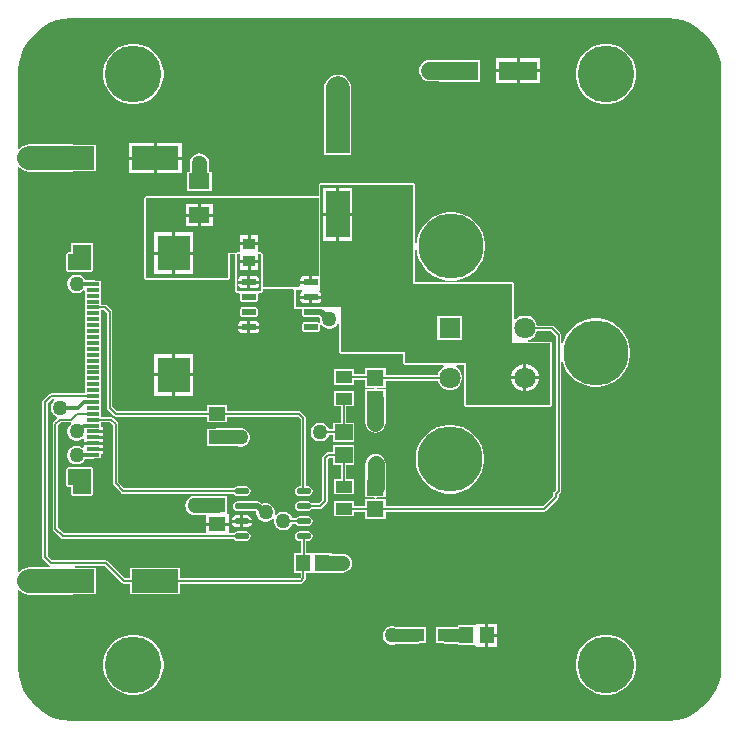
<source format=gtl>
G04*
G04 #@! TF.GenerationSoftware,Altium Limited,Altium Designer,24.2.2 (26)*
G04*
G04 Layer_Physical_Order=1*
G04 Layer_Color=255*
%FSLAX25Y25*%
%MOIN*%
G70*
G04*
G04 #@! TF.SameCoordinates,FC8948EB-AED8-47B0-A6AC-AC1B72ED221E*
G04*
G04*
G04 #@! TF.FilePolarity,Positive*
G04*
G01*
G75*
%ADD15R,0.05709X0.04724*%
%ADD16R,0.07874X0.15748*%
%ADD17R,0.12598X0.06299*%
%ADD18R,0.04331X0.01181*%
G04:AMPARAMS|DCode=19|XSize=21.65mil|YSize=49.21mil|CornerRadius=1.95mil|HoleSize=0mil|Usage=FLASHONLY|Rotation=90.000|XOffset=0mil|YOffset=0mil|HoleType=Round|Shape=RoundedRectangle|*
%AMROUNDEDRECTD19*
21,1,0.02165,0.04532,0,0,90.0*
21,1,0.01776,0.04921,0,0,90.0*
1,1,0.00390,0.02266,0.00888*
1,1,0.00390,0.02266,-0.00888*
1,1,0.00390,-0.02266,-0.00888*
1,1,0.00390,-0.02266,0.00888*
%
%ADD19ROUNDEDRECTD19*%
%ADD20R,0.04724X0.05709*%
%ADD21R,0.04134X0.03740*%
%ADD22R,0.11024X0.11811*%
%ADD23R,0.04921X0.04331*%
%ADD24R,0.07087X0.05276*%
%ADD25R,0.15748X0.07874*%
%ADD26R,0.05709X0.04134*%
%ADD27O,0.04921X0.02165*%
%ADD28R,0.06102X0.05512*%
%ADD29R,0.05136X0.05733*%
%ADD30R,0.05756X0.05542*%
%ADD31R,0.05733X0.05136*%
%ADD46C,0.00600*%
%ADD47R,0.01968X0.01968*%
%ADD48C,0.04724*%
%ADD49C,0.01181*%
%ADD50C,0.05118*%
%ADD51C,0.05906*%
%ADD52C,0.07874*%
%ADD53C,0.01968*%
%ADD54C,0.04331*%
%ADD55C,0.05512*%
%ADD56C,0.21654*%
%ADD57C,0.07087*%
%ADD58R,0.07087X0.07087*%
%ADD59C,0.18898*%
%ADD60C,0.05000*%
G36*
X220227Y235095D02*
X222618Y234454D01*
X224905Y233507D01*
X227048Y232269D01*
X229012Y230762D01*
X230762Y229012D01*
X232269Y227048D01*
X233507Y224905D01*
X234454Y222618D01*
X235095Y220227D01*
X235418Y217773D01*
Y216535D01*
Y19685D01*
Y18447D01*
X235095Y15993D01*
X234454Y13602D01*
X233507Y11316D01*
X232269Y9172D01*
X230762Y7208D01*
X229012Y5458D01*
X227048Y3951D01*
X224905Y2714D01*
X222618Y1767D01*
X220227Y1126D01*
X217773Y803D01*
X18447D01*
X15993Y1126D01*
X13602Y1767D01*
X11316Y2714D01*
X9172Y3951D01*
X7208Y5458D01*
X5458Y7208D01*
X3951Y9172D01*
X2714Y11316D01*
X1767Y13602D01*
X1126Y15993D01*
X803Y18447D01*
Y19685D01*
Y44518D01*
X1276Y44679D01*
X1489Y44402D01*
X2436Y43675D01*
X3540Y43218D01*
X4724Y43062D01*
X18701D01*
X19758Y43201D01*
X27075D01*
Y52075D01*
X19861D01*
X19785Y52126D01*
X19937Y52626D01*
X29824D01*
X35461Y46989D01*
X35759Y46790D01*
X36110Y46720D01*
X38280D01*
Y43201D01*
X55028D01*
Y46720D01*
X95212D01*
X95563Y46790D01*
X95861Y46989D01*
X96689Y47817D01*
X96888Y48115D01*
X96958Y48466D01*
Y50177D01*
X98817D01*
X99108Y50177D01*
X99608Y50177D01*
X105453D01*
Y50357D01*
X109055D01*
X109880Y50466D01*
X110648Y50784D01*
X111308Y51290D01*
X111815Y51950D01*
X112133Y52719D01*
X112241Y53543D01*
X112133Y54368D01*
X111815Y55137D01*
X111308Y55796D01*
X110648Y56303D01*
X109880Y56621D01*
X109055Y56730D01*
X105453D01*
Y56910D01*
X99608D01*
X99317Y56910D01*
X98817Y56910D01*
X97079D01*
Y60965D01*
X97539D01*
X98157Y61088D01*
X98680Y61438D01*
X99030Y61961D01*
X99153Y62579D01*
X99030Y63196D01*
X98680Y63720D01*
X98157Y64070D01*
X97539Y64192D01*
X94784D01*
X94166Y64070D01*
X93642Y63720D01*
X93293Y63196D01*
X93170Y62579D01*
X93293Y61961D01*
X93642Y61438D01*
X94166Y61088D01*
X94784Y60965D01*
X95244D01*
Y56910D01*
X92972D01*
Y50177D01*
X95123D01*
Y48846D01*
X94832Y48555D01*
X55028D01*
Y52075D01*
X38280D01*
Y48555D01*
X36490D01*
X30853Y54192D01*
X30555Y54391D01*
X30204Y54461D01*
X12191D01*
X10760Y55892D01*
Y106903D01*
X12191Y108334D01*
X12993D01*
X13127Y107834D01*
X13058Y107794D01*
X12481Y107217D01*
X12073Y106511D01*
X11862Y105723D01*
Y104907D01*
X12073Y104119D01*
X12481Y103412D01*
X13058Y102836D01*
X13765Y102428D01*
X13955Y102377D01*
X14104Y101819D01*
X12737Y100452D01*
X12538Y100154D01*
X12468Y99803D01*
Y64961D01*
X12538Y64609D01*
X12737Y64312D01*
X15119Y61930D01*
X15417Y61731D01*
X15768Y61661D01*
X72824D01*
X72973Y61438D01*
X73497Y61088D01*
X74114Y60965D01*
X76870D01*
X77488Y61088D01*
X78011Y61438D01*
X78361Y61961D01*
X78484Y62579D01*
X78361Y63196D01*
X78011Y63720D01*
X77488Y64070D01*
X76870Y64192D01*
X74114D01*
X73497Y64070D01*
X72973Y63720D01*
X72824Y63496D01*
X71189D01*
Y66013D01*
X67323D01*
X63456D01*
Y63496D01*
X16148D01*
X14303Y65341D01*
Y99423D01*
X15341Y100460D01*
X18505D01*
X18541Y100421D01*
X18570Y99920D01*
X17993Y99343D01*
X17585Y98637D01*
X17374Y97849D01*
Y97033D01*
X17585Y96245D01*
X17993Y95539D01*
X18570Y94962D01*
X19276Y94554D01*
X20064Y94342D01*
X20880D01*
X21668Y94554D01*
X22319Y94929D01*
X22788Y94791D01*
X22819Y94778D01*
Y94004D01*
X25984D01*
X29150D01*
Y94972D01*
X25984D01*
Y95972D01*
X29150D01*
Y96941D01*
X25984D01*
Y97941D01*
X29150D01*
Y99032D01*
X28650D01*
Y100460D01*
X31501D01*
X32538Y99423D01*
Y80127D01*
X32608Y79776D01*
X32807Y79478D01*
X35355Y76930D01*
X35653Y76731D01*
X36004Y76661D01*
X72824D01*
X72973Y76438D01*
X73497Y76088D01*
X74114Y75965D01*
X76870D01*
X77488Y76088D01*
X78011Y76438D01*
X78361Y76961D01*
X78484Y77579D01*
X78361Y78196D01*
X78011Y78720D01*
X77488Y79070D01*
X76870Y79192D01*
X74114D01*
X73497Y79070D01*
X72973Y78720D01*
X72824Y78496D01*
X36384D01*
X34374Y80507D01*
Y99803D01*
X34304Y100154D01*
X34105Y100452D01*
X32530Y102027D01*
X32232Y102226D01*
X31881Y102296D01*
X28650D01*
Y106193D01*
Y110130D01*
Y114067D01*
Y118004D01*
Y121941D01*
Y125878D01*
Y129815D01*
Y133752D01*
Y137887D01*
X29629D01*
X30578Y136937D01*
Y105306D01*
X30648Y104955D01*
X30847Y104657D01*
X32807Y102698D01*
X33105Y102499D01*
X33456Y102429D01*
X63969D01*
Y100484D01*
X70677D01*
Y102429D01*
X94305D01*
X95145Y101588D01*
Y79192D01*
X94784D01*
X94166Y79070D01*
X93642Y78720D01*
X93293Y78196D01*
X93170Y77579D01*
X93293Y76961D01*
X93642Y76438D01*
X94166Y76088D01*
X94784Y75965D01*
X97539D01*
X98157Y76088D01*
X98680Y76438D01*
X99030Y76961D01*
X99153Y77579D01*
X99030Y78196D01*
X98680Y78720D01*
X98157Y79070D01*
X97539Y79192D01*
X96981D01*
Y101969D01*
X96911Y102320D01*
X96712Y102617D01*
X95334Y103995D01*
X95036Y104194D01*
X94685Y104264D01*
X70677D01*
Y106209D01*
X63969D01*
Y104264D01*
X33836D01*
X32414Y105686D01*
Y137317D01*
X32344Y137668D01*
X32145Y137966D01*
X30658Y139453D01*
X30360Y139652D01*
X30009Y139722D01*
X28650D01*
Y143595D01*
Y147744D01*
X26495D01*
X26449Y147775D01*
X25984Y147867D01*
X23349D01*
X22952Y148556D01*
X22375Y149133D01*
X21668Y149541D01*
X20880Y149752D01*
X20064D01*
X19276Y149541D01*
X18570Y149133D01*
X17993Y148556D01*
X17585Y147850D01*
X17374Y147062D01*
Y146246D01*
X17585Y145458D01*
X17993Y144751D01*
X18570Y144174D01*
X19276Y143766D01*
X20064Y143555D01*
X20880D01*
X21668Y143766D01*
X22375Y144174D01*
X22819Y144618D01*
X23319Y144430D01*
Y141626D01*
Y137689D01*
Y133752D01*
Y129815D01*
Y125878D01*
Y121941D01*
Y118004D01*
Y114067D01*
Y110170D01*
X11811D01*
X11460Y110100D01*
X11162Y109901D01*
X9194Y107932D01*
X8995Y107635D01*
X8925Y107283D01*
Y55512D01*
X8995Y55161D01*
X9194Y54863D01*
X11162Y52894D01*
X11432Y52714D01*
X11438Y52677D01*
X11209Y52214D01*
X4724D01*
X3540Y52058D01*
X2436Y51601D01*
X1489Y50874D01*
X1276Y50597D01*
X803Y50758D01*
Y185463D01*
X1276Y185624D01*
X1489Y185347D01*
X2436Y184620D01*
X3540Y184162D01*
X4724Y184007D01*
X18701D01*
X19758Y184146D01*
X27075D01*
Y193020D01*
X19758D01*
X18701Y193159D01*
X4724D01*
X3540Y193003D01*
X2436Y192546D01*
X1489Y191818D01*
X1276Y191542D01*
X803Y191702D01*
Y216535D01*
Y217773D01*
X1126Y220227D01*
X1767Y222618D01*
X2714Y224905D01*
X3951Y227048D01*
X5458Y229012D01*
X7208Y230762D01*
X9172Y232269D01*
X11316Y233507D01*
X13602Y234454D01*
X15993Y235095D01*
X18447Y235418D01*
X217773D01*
X220227Y235095D01*
D02*
G37*
%LPC*%
G36*
X175016Y221866D02*
X168217D01*
Y218217D01*
X175016D01*
Y221866D01*
D02*
G37*
G36*
X167217D02*
X160417D01*
Y218217D01*
X167217D01*
Y221866D01*
D02*
G37*
G36*
X154831Y221366D02*
X141232D01*
Y221300D01*
X138189D01*
X137261Y221178D01*
X136397Y220820D01*
X135655Y220250D01*
X135086Y219508D01*
X134728Y218644D01*
X134606Y217717D01*
X134728Y216789D01*
X135086Y215925D01*
X135655Y215183D01*
X136397Y214613D01*
X137261Y214255D01*
X138189Y214133D01*
X141232D01*
Y214067D01*
X154831D01*
Y221366D01*
D02*
G37*
G36*
X175016Y217217D02*
X168217D01*
Y213567D01*
X175016D01*
Y217217D01*
D02*
G37*
G36*
X167217D02*
X160417D01*
Y213567D01*
X167217D01*
Y217217D01*
D02*
G37*
G36*
X197840Y226584D02*
X195861D01*
X193919Y226198D01*
X192090Y225441D01*
X190445Y224341D01*
X189045Y222941D01*
X187945Y221295D01*
X187188Y219467D01*
X186802Y217525D01*
Y215546D01*
X187188Y213604D01*
X187945Y211775D01*
X189045Y210130D01*
X190445Y208730D01*
X192090Y207630D01*
X193919Y206873D01*
X195861Y206487D01*
X197840D01*
X199782Y206873D01*
X201610Y207630D01*
X203256Y208730D01*
X204656Y210130D01*
X205755Y211775D01*
X206513Y213604D01*
X206899Y215546D01*
Y217525D01*
X206513Y219467D01*
X205755Y221295D01*
X204656Y222941D01*
X203256Y224341D01*
X201610Y225441D01*
X199782Y226198D01*
X197840Y226584D01*
D02*
G37*
G36*
X40360D02*
X38380D01*
X36439Y226198D01*
X34610Y225441D01*
X32964Y224341D01*
X31565Y222941D01*
X30465Y221295D01*
X29707Y219467D01*
X29321Y217525D01*
Y215546D01*
X29707Y213604D01*
X30465Y211775D01*
X31565Y210130D01*
X32964Y208730D01*
X34610Y207630D01*
X36439Y206873D01*
X38380Y206487D01*
X40360D01*
X42301Y206873D01*
X44130Y207630D01*
X45776Y208730D01*
X47175Y210130D01*
X48275Y211775D01*
X49033Y213604D01*
X49419Y215546D01*
Y217525D01*
X49033Y219467D01*
X48275Y221295D01*
X47175Y222941D01*
X45776Y224341D01*
X44130Y225441D01*
X42301Y226198D01*
X40360Y226584D01*
D02*
G37*
G36*
X107480Y216387D02*
X106296Y216231D01*
X105192Y215774D01*
X104244Y215047D01*
X103517Y214099D01*
X103060Y212995D01*
X102904Y211811D01*
Y197835D01*
X103043Y196778D01*
Y189461D01*
X111917D01*
Y196778D01*
X112057Y197835D01*
Y211811D01*
X111900Y212995D01*
X111443Y214099D01*
X110716Y215047D01*
X109768Y215774D01*
X108665Y216231D01*
X107480Y216387D01*
D02*
G37*
G36*
X55528Y193520D02*
X47154D01*
Y189083D01*
X55528D01*
Y193520D01*
D02*
G37*
G36*
X46154D02*
X37780D01*
Y189083D01*
X46154D01*
Y193520D01*
D02*
G37*
G36*
X55528Y188083D02*
X47154D01*
Y183646D01*
X55528D01*
Y188083D01*
D02*
G37*
G36*
X46154D02*
X37780D01*
Y183646D01*
X46154D01*
Y188083D01*
D02*
G37*
G36*
X61417Y190194D02*
X60593Y190086D01*
X59824Y189767D01*
X59164Y189261D01*
X58658Y188601D01*
X58340Y187832D01*
X58231Y187008D01*
Y183965D01*
X57374D01*
Y177689D01*
X61049D01*
X61417Y177640D01*
X61786Y177689D01*
X65461D01*
Y183965D01*
X64604D01*
Y187008D01*
X64495Y187832D01*
X64177Y188601D01*
X63670Y189261D01*
X63011Y189767D01*
X62242Y190086D01*
X61417Y190194D01*
D02*
G37*
G36*
X25394Y160295D02*
X19094D01*
X18635Y160105D01*
X18445Y159646D01*
Y157146D01*
X17717D01*
X17257Y156955D01*
X17067Y156496D01*
Y151378D01*
X17257Y150919D01*
X17717Y150728D01*
X25394D01*
X25853Y150919D01*
X26043Y151378D01*
Y159646D01*
X25853Y160105D01*
X25394Y160295D01*
D02*
G37*
G36*
X101743Y180177D02*
X101284Y179987D01*
X101093Y179528D01*
Y175846D01*
X43701D01*
X43242Y175656D01*
X43051Y175197D01*
Y148618D01*
X43242Y148159D01*
X43701Y147968D01*
X71063D01*
X71522Y148159D01*
X71712Y148618D01*
Y156437D01*
X73169D01*
Y144291D01*
X73360Y143832D01*
X73819Y143642D01*
X74525D01*
X74880Y143152D01*
Y141376D01*
X74934Y141105D01*
X75088Y140875D01*
X75317Y140721D01*
X75589Y140667D01*
X80120D01*
X80391Y140721D01*
X80621Y140875D01*
X80775Y141105D01*
X80829Y141376D01*
Y143152D01*
X81184Y143642D01*
X81890D01*
X82349Y143832D01*
X82539Y144291D01*
Y145020D01*
X92599D01*
X92823Y144685D01*
Y138779D01*
X93013Y138320D01*
X93472Y138130D01*
X95549D01*
Y136376D01*
X95603Y136105D01*
X95757Y135875D01*
X95987Y135721D01*
X96258Y135668D01*
X98032D01*
X98622Y135550D01*
X101264D01*
X101640Y135250D01*
Y134435D01*
X101767Y133962D01*
X101798Y133845D01*
X101343Y133622D01*
X101290Y133653D01*
X101226Y133696D01*
X101060Y133806D01*
X100789Y133860D01*
X96258D01*
X95987Y133806D01*
X95757Y133652D01*
X95603Y133423D01*
X95549Y133152D01*
Y131376D01*
X95603Y131105D01*
X95757Y130875D01*
X95987Y130721D01*
X96258Y130667D01*
X100789D01*
X101060Y130721D01*
X101290Y130875D01*
X101444Y131105D01*
X101498Y131376D01*
Y133090D01*
X101498Y133152D01*
X101507Y133243D01*
X101962Y133455D01*
X102042Y133317D01*
X102259Y132940D01*
X102836Y132363D01*
X103543Y131955D01*
X104331Y131744D01*
X105147D01*
X105935Y131955D01*
X106641Y132363D01*
X107218Y132940D01*
X107512Y133449D01*
X108012Y133315D01*
Y124016D01*
X108202Y123556D01*
X108661Y123366D01*
X129272D01*
Y120103D01*
X129462Y119643D01*
X129921Y119453D01*
X142627D01*
X142761Y118953D01*
X142338Y118709D01*
X141566Y117938D01*
X141021Y116993D01*
X140817Y116233D01*
X123457D01*
Y118634D01*
X116700D01*
Y116567D01*
X112803D01*
Y118217D01*
X106095D01*
Y113083D01*
X112803D01*
Y114732D01*
X116700D01*
Y112092D01*
X119508D01*
X119551Y111592D01*
X119197Y111530D01*
X116700D01*
Y108310D01*
X116694Y108259D01*
Y100394D01*
X116809Y99518D01*
X117147Y98701D01*
X117685Y98000D01*
X118386Y97462D01*
X119203Y97124D01*
X120079Y97009D01*
X120955Y97124D01*
X121771Y97462D01*
X122472Y98000D01*
X123010Y98701D01*
X123348Y99518D01*
X123464Y100394D01*
Y108259D01*
X123457Y108310D01*
Y111530D01*
X120960D01*
X120606Y111592D01*
X120649Y112092D01*
X123457D01*
Y114397D01*
X140859D01*
X141021Y113795D01*
X141566Y112850D01*
X142338Y112078D01*
X143283Y111533D01*
X144336Y111250D01*
X145427D01*
X146481Y111533D01*
X147426Y112078D01*
X148197Y112850D01*
X148743Y113795D01*
X149025Y114848D01*
Y115939D01*
X148743Y116993D01*
X148197Y117938D01*
X147426Y118709D01*
X147003Y118953D01*
X147137Y119453D01*
X149744D01*
Y106299D01*
X149934Y105840D01*
X150394Y105650D01*
X178347D01*
X178806Y105840D01*
X178996Y106299D01*
Y112205D01*
Y126772D01*
X178806Y127231D01*
X178347Y127421D01*
X170998D01*
X170932Y127921D01*
X171481Y128068D01*
X172426Y128614D01*
X173197Y129385D01*
X173743Y130330D01*
X173904Y130933D01*
X178399D01*
X180185Y129148D01*
Y124521D01*
X180177Y124373D01*
X180185Y124318D01*
X180137Y123701D01*
X180185Y123083D01*
X180177Y123029D01*
X180185Y122881D01*
Y78056D01*
X179536Y77407D01*
X179337Y77109D01*
X179267Y76758D01*
Y75840D01*
X175998Y72571D01*
X123457D01*
Y74925D01*
X120361D01*
X120318Y75425D01*
X120673Y75486D01*
X123457D01*
Y78419D01*
X123507Y78801D01*
Y86505D01*
X123392Y87381D01*
X123054Y88197D01*
X122516Y88898D01*
X121815Y89436D01*
X120998Y89774D01*
X120122Y89890D01*
X119246Y89774D01*
X118430Y89436D01*
X117729Y88898D01*
X117191Y88197D01*
X116853Y87381D01*
X116737Y86505D01*
Y82029D01*
X116700D01*
Y75486D01*
X119572D01*
X119927Y75425D01*
X119883Y74925D01*
X116700D01*
Y72571D01*
X112803D01*
Y74319D01*
X106095D01*
Y69185D01*
X112803D01*
Y70736D01*
X116700D01*
Y68382D01*
X123457D01*
Y70736D01*
X176378D01*
X176729Y70806D01*
X177027Y71005D01*
X180834Y74812D01*
X181033Y75109D01*
X181102Y75460D01*
Y76378D01*
X181751Y77027D01*
X181950Y77324D01*
X182020Y77676D01*
Y120449D01*
X182520Y120528D01*
X182914Y119314D01*
X183731Y117712D01*
X184788Y116257D01*
X186060Y114985D01*
X187515Y113928D01*
X189118Y113111D01*
X190828Y112555D01*
X192605Y112274D01*
X194403D01*
X196180Y112555D01*
X197890Y113111D01*
X199493Y113928D01*
X200948Y114985D01*
X202220Y116257D01*
X203277Y117712D01*
X204094Y119314D01*
X204649Y121025D01*
X204931Y122801D01*
Y124600D01*
X204649Y126377D01*
X204094Y128087D01*
X203277Y129690D01*
X202220Y131145D01*
X200948Y132417D01*
X199493Y133474D01*
X197890Y134290D01*
X196180Y134846D01*
X194403Y135128D01*
X192605D01*
X190828Y134846D01*
X189118Y134290D01*
X187515Y133474D01*
X186060Y132417D01*
X184788Y131145D01*
X183731Y129690D01*
X182914Y128087D01*
X182520Y126874D01*
X182020Y126953D01*
Y129528D01*
X181950Y129879D01*
X181751Y130176D01*
X179428Y132499D01*
X179131Y132698D01*
X178779Y132768D01*
X173947D01*
X173743Y133528D01*
X173197Y134473D01*
X172426Y135245D01*
X171481Y135790D01*
X170427Y136072D01*
X169336D01*
X168283Y135790D01*
X167338Y135245D01*
X166897Y134804D01*
X166398Y135011D01*
Y146457D01*
X166207Y146916D01*
X165748Y147106D01*
X133327D01*
Y157838D01*
X133827Y157878D01*
X134051Y156458D01*
X134607Y154747D01*
X135424Y153145D01*
X136481Y151690D01*
X137753Y150418D01*
X139208Y149361D01*
X140811Y148544D01*
X142521Y147988D01*
X144298Y147707D01*
X146096D01*
X147873Y147988D01*
X149583Y148544D01*
X151186Y149361D01*
X152641Y150418D01*
X153913Y151690D01*
X154970Y153145D01*
X155786Y154747D01*
X156342Y156458D01*
X156624Y158235D01*
Y160033D01*
X156342Y161810D01*
X155786Y163520D01*
X154970Y165123D01*
X153913Y166578D01*
X152641Y167850D01*
X151186Y168907D01*
X149583Y169723D01*
X147873Y170279D01*
X146096Y170561D01*
X144298D01*
X142521Y170279D01*
X140811Y169723D01*
X139208Y168907D01*
X137753Y167850D01*
X136481Y166578D01*
X135424Y165123D01*
X134607Y163520D01*
X134051Y161810D01*
X133827Y160390D01*
X133327Y160429D01*
X133327Y179527D01*
X133136Y179987D01*
X132677Y180177D01*
X101743Y180177D01*
D02*
G37*
G36*
X80120Y138860D02*
X75589D01*
X75317Y138806D01*
X75088Y138653D01*
X74934Y138423D01*
X74880Y138152D01*
Y136376D01*
X74934Y136105D01*
X75088Y135875D01*
X75317Y135721D01*
X75589Y135668D01*
X80120D01*
X80391Y135721D01*
X80621Y135875D01*
X80775Y136105D01*
X80829Y136376D01*
Y138152D01*
X80775Y138423D01*
X80621Y138653D01*
X80391Y138806D01*
X80120Y138860D01*
D02*
G37*
G36*
Y134370D02*
X78354D01*
Y132764D01*
X81338D01*
Y133152D01*
X81246Y133618D01*
X80981Y134013D01*
X80586Y134277D01*
X80120Y134370D01*
D02*
G37*
G36*
X77354D02*
X75589D01*
X75122Y134277D01*
X74727Y134013D01*
X74463Y133618D01*
X74370Y133152D01*
Y132764D01*
X77354D01*
Y134370D01*
D02*
G37*
G36*
X81338Y131764D02*
X78354D01*
Y130158D01*
X80120D01*
X80586Y130250D01*
X80981Y130515D01*
X81246Y130910D01*
X81338Y131376D01*
Y131764D01*
D02*
G37*
G36*
X77354D02*
X74370D01*
Y131376D01*
X74463Y130910D01*
X74727Y130515D01*
X75122Y130250D01*
X75589Y130158D01*
X77354D01*
Y131764D01*
D02*
G37*
G36*
X59268Y123244D02*
X53256D01*
Y116839D01*
X59268D01*
Y123244D01*
D02*
G37*
G36*
X52256D02*
X46244D01*
Y116839D01*
X52256D01*
Y123244D01*
D02*
G37*
G36*
X59268Y115839D02*
X53256D01*
Y109433D01*
X59268D01*
Y115839D01*
D02*
G37*
G36*
X52256D02*
X46244D01*
Y109433D01*
X52256D01*
Y115839D01*
D02*
G37*
G36*
X112803Y110933D02*
X106095D01*
Y105799D01*
X108531D01*
Y100421D01*
X105898D01*
Y98162D01*
X104537D01*
X104462Y98440D01*
X104054Y99147D01*
X103477Y99724D01*
X102771Y100131D01*
X101983Y100343D01*
X101167D01*
X100379Y100131D01*
X99672Y99724D01*
X99095Y99147D01*
X98687Y98440D01*
X98476Y97652D01*
Y96836D01*
X98687Y96048D01*
X99095Y95342D01*
X99672Y94765D01*
X100379Y94357D01*
X101167Y94146D01*
X101983D01*
X102771Y94357D01*
X103477Y94765D01*
X104054Y95342D01*
X104462Y96048D01*
X104537Y96327D01*
X105898D01*
Y93909D01*
X113000D01*
Y100421D01*
X110366D01*
Y105799D01*
X112803D01*
Y110933D01*
D02*
G37*
G36*
X75530Y98571D02*
X74714D01*
X74301Y98460D01*
X67323D01*
X66550Y98358D01*
X66492Y98335D01*
X63969D01*
Y92610D01*
X66492D01*
X66550Y92586D01*
X67323Y92485D01*
X74301D01*
X74714Y92374D01*
X75530D01*
X76318Y92585D01*
X77025Y92993D01*
X77602Y93570D01*
X78010Y94276D01*
X78221Y95065D01*
Y95880D01*
X78010Y96668D01*
X77602Y97375D01*
X77025Y97952D01*
X76318Y98360D01*
X75530Y98571D01*
D02*
G37*
G36*
X29150Y93004D02*
X25984D01*
X22819D01*
Y92309D01*
X22540Y92144D01*
X22319Y92079D01*
X21668Y92454D01*
X20880Y92665D01*
X20064D01*
X19276Y92454D01*
X18570Y92046D01*
X17993Y91469D01*
X17585Y90763D01*
X17374Y89975D01*
Y89159D01*
X17585Y88371D01*
X17993Y87664D01*
X18570Y87088D01*
X19276Y86680D01*
X20064Y86468D01*
X20880D01*
X21668Y86680D01*
X22375Y87088D01*
X22952Y87664D01*
X23349Y88353D01*
X25984D01*
X26449Y88446D01*
X26495Y88476D01*
X28650D01*
Y89945D01*
X29150D01*
Y91035D01*
X25984D01*
Y92036D01*
X29150D01*
Y93004D01*
D02*
G37*
G36*
X145781Y99616D02*
X143983D01*
X142206Y99334D01*
X140496Y98779D01*
X138893Y97962D01*
X137438Y96905D01*
X136166Y95633D01*
X135109Y94178D01*
X134292Y92575D01*
X133737Y90865D01*
X133455Y89088D01*
Y87290D01*
X133737Y85513D01*
X134292Y83803D01*
X135109Y82200D01*
X136166Y80745D01*
X137438Y79473D01*
X138893Y78416D01*
X140496Y77599D01*
X142206Y77044D01*
X143983Y76762D01*
X145781D01*
X147558Y77044D01*
X149268Y77599D01*
X150871Y78416D01*
X152326Y79473D01*
X153598Y80745D01*
X154655Y82200D01*
X155472Y83803D01*
X156027Y85513D01*
X156309Y87290D01*
Y89088D01*
X156027Y90865D01*
X155472Y92575D01*
X154655Y94178D01*
X153598Y95633D01*
X152326Y96905D01*
X150871Y97962D01*
X149268Y98779D01*
X147558Y99334D01*
X145781Y99616D01*
D02*
G37*
G36*
X113000Y92941D02*
X105898D01*
Y90602D01*
X104331D01*
X103980Y90533D01*
X103682Y90334D01*
X102520Y89172D01*
X102322Y88875D01*
X102252Y88523D01*
Y74593D01*
X101155Y73496D01*
X98830D01*
X98680Y73720D01*
X98157Y74070D01*
X97539Y74192D01*
X94784D01*
X94166Y74070D01*
X93642Y73720D01*
X93293Y73196D01*
X93170Y72579D01*
X93293Y71961D01*
X93642Y71438D01*
X94166Y71088D01*
X94784Y70965D01*
X97539D01*
X98157Y71088D01*
X98680Y71438D01*
X98830Y71661D01*
X101535D01*
X101887Y71731D01*
X102184Y71930D01*
X103818Y73564D01*
X104017Y73861D01*
X104087Y74213D01*
Y88143D01*
X104711Y88767D01*
X105898D01*
Y86429D01*
X108531D01*
Y81602D01*
X106095D01*
Y76468D01*
X112803D01*
Y81602D01*
X110366D01*
Y86429D01*
X113000D01*
Y92941D01*
D02*
G37*
G36*
X25394Y85492D02*
X17717D01*
X17257Y85302D01*
X17067Y84842D01*
Y79724D01*
X17257Y79265D01*
X17717Y79075D01*
X18445D01*
Y76575D01*
X18635Y76116D01*
X19094Y75925D01*
X25394D01*
X25853Y76116D01*
X26043Y76575D01*
Y84842D01*
X25853Y85302D01*
X25394Y85492D01*
D02*
G37*
G36*
X76870Y69702D02*
X75992D01*
Y68079D01*
X78894D01*
X78832Y68391D01*
X78372Y69080D01*
X77683Y69541D01*
X76870Y69702D01*
D02*
G37*
G36*
X74992D02*
X74114D01*
X73302Y69541D01*
X72613Y69080D01*
X72152Y68391D01*
X72090Y68079D01*
X74992D01*
Y69702D01*
D02*
G37*
G36*
X67300Y76021D02*
X59842D01*
X59018Y75912D01*
X58249Y75594D01*
X57590Y75088D01*
X57083Y74428D01*
X56765Y73659D01*
X56656Y72835D01*
X56765Y72010D01*
X57083Y71241D01*
X57590Y70582D01*
X58249Y70075D01*
X59018Y69757D01*
X59842Y69648D01*
X63456D01*
Y67013D01*
X67323D01*
X71189D01*
Y70081D01*
X70689D01*
Y75926D01*
X68024D01*
X67300Y76021D01*
D02*
G37*
G36*
X80762Y74194D02*
X75492D01*
X75484Y74192D01*
X74114D01*
X73497Y74070D01*
X72973Y73720D01*
X72623Y73196D01*
X72500Y72579D01*
X72623Y71961D01*
X72973Y71438D01*
X73497Y71088D01*
X74114Y70965D01*
X75484D01*
X75492Y70964D01*
X80093D01*
X80366Y70691D01*
Y70065D01*
X80577Y69276D01*
X80985Y68570D01*
X81562Y67993D01*
X82269Y67585D01*
X83057Y67374D01*
X83872D01*
X84661Y67585D01*
X85367Y67993D01*
X85812Y68438D01*
X86260Y68180D01*
X86212Y67998D01*
Y67182D01*
X86423Y66394D01*
X86831Y65687D01*
X87408Y65110D01*
X88114Y64703D01*
X88902Y64491D01*
X89718D01*
X90506Y64703D01*
X91213Y65110D01*
X91790Y65687D01*
X92198Y66394D01*
X92271Y66667D01*
X93489D01*
X93642Y66438D01*
X94166Y66088D01*
X94784Y65965D01*
X97539D01*
X98157Y66088D01*
X98680Y66438D01*
X99030Y66961D01*
X99153Y67579D01*
X99030Y68196D01*
X98680Y68720D01*
X98157Y69070D01*
X97539Y69192D01*
X94784D01*
X94166Y69070D01*
X93642Y68720D01*
X93497Y68502D01*
X92274D01*
X92198Y68786D01*
X91790Y69492D01*
X91213Y70069D01*
X90506Y70477D01*
X89718Y70688D01*
X88902D01*
X88114Y70477D01*
X87408Y70069D01*
X86963Y69624D01*
X86514Y69883D01*
X86563Y70065D01*
Y70880D01*
X86352Y71668D01*
X85944Y72375D01*
X85367Y72952D01*
X84661Y73360D01*
X83872Y73571D01*
X83057D01*
X82269Y73360D01*
X82267Y73359D01*
X81905Y73721D01*
X81381Y74071D01*
X80762Y74194D01*
D02*
G37*
G36*
X78894Y67079D02*
X75992D01*
Y65455D01*
X76870D01*
X77683Y65617D01*
X78372Y66077D01*
X78832Y66766D01*
X78894Y67079D01*
D02*
G37*
G36*
X74992D02*
X72090D01*
X72152Y66766D01*
X72613Y66077D01*
X73302Y65617D01*
X74114Y65455D01*
X74992D01*
Y67079D01*
D02*
G37*
G36*
X160449Y33382D02*
X157587D01*
Y30027D01*
X160449D01*
Y33382D01*
D02*
G37*
G36*
X125998Y32626D02*
X125183D01*
X124395Y32415D01*
X123688Y32007D01*
X123111Y31430D01*
X122703Y30724D01*
X122492Y29936D01*
Y29120D01*
X122703Y28332D01*
X123111Y27625D01*
X123688Y27048D01*
X124395Y26640D01*
X125183Y26429D01*
X125998D01*
X126786Y26640D01*
X126956Y26738D01*
X134055D01*
X134777Y26833D01*
X134847Y26862D01*
X137016D01*
Y32193D01*
X134847D01*
X134777Y32222D01*
X134055Y32317D01*
X126956D01*
X126786Y32415D01*
X125998Y32626D01*
D02*
G37*
G36*
X160449Y29028D02*
X157587D01*
Y25673D01*
X160449D01*
Y29028D01*
D02*
G37*
G36*
X156587Y33382D02*
X153724D01*
Y32958D01*
X153256Y32882D01*
X153224Y32882D01*
X147531D01*
Y32317D01*
X143307D01*
X142585Y32222D01*
X142516Y32193D01*
X140347D01*
Y26862D01*
X142516D01*
X142585Y26833D01*
X143307Y26738D01*
X147531D01*
Y26173D01*
X153224D01*
X153256Y26173D01*
X153724Y26097D01*
Y25673D01*
X156587D01*
Y29528D01*
X157087D01*
D01*
X156587D01*
Y33382D01*
D02*
G37*
G36*
X197840Y29734D02*
X195861D01*
X193919Y29348D01*
X192090Y28590D01*
X190445Y27490D01*
X189045Y26091D01*
X187945Y24445D01*
X187188Y22616D01*
X186802Y20675D01*
Y18695D01*
X187188Y16754D01*
X187945Y14925D01*
X189045Y13279D01*
X190445Y11880D01*
X192090Y10780D01*
X193919Y10022D01*
X195861Y9636D01*
X197840D01*
X199782Y10022D01*
X201610Y10780D01*
X203256Y11880D01*
X204656Y13279D01*
X205755Y14925D01*
X206513Y16754D01*
X206899Y18695D01*
Y20675D01*
X206513Y22616D01*
X205755Y24445D01*
X204656Y26091D01*
X203256Y27490D01*
X201610Y28590D01*
X199782Y29348D01*
X197840Y29734D01*
D02*
G37*
G36*
X40360D02*
X38380D01*
X36439Y29348D01*
X34610Y28590D01*
X32964Y27490D01*
X31565Y26091D01*
X30465Y24445D01*
X29707Y22616D01*
X29321Y20675D01*
Y18695D01*
X29707Y16754D01*
X30465Y14925D01*
X31565Y13279D01*
X32964Y11880D01*
X34610Y10780D01*
X36439Y10022D01*
X38380Y9636D01*
X40360D01*
X42301Y10022D01*
X44130Y10780D01*
X45776Y11880D01*
X47175Y13279D01*
X48275Y14925D01*
X49033Y16754D01*
X49419Y18695D01*
Y20675D01*
X49033Y22616D01*
X48275Y24445D01*
X47175Y26091D01*
X45776Y27490D01*
X44130Y28590D01*
X42301Y29348D01*
X40360Y29734D01*
D02*
G37*
%LPD*%
G36*
X25394Y151378D02*
X17717D01*
Y156496D01*
X19094D01*
Y159646D01*
X25394D01*
Y151378D01*
D02*
G37*
G36*
X81890Y144291D02*
X73819D01*
Y156496D01*
X74886D01*
Y154732D01*
X77953D01*
X81020D01*
Y156496D01*
X81890D01*
Y144291D01*
D02*
G37*
G36*
X101093Y149619D02*
X100789Y149370D01*
X99024D01*
Y147264D01*
X98524D01*
Y146764D01*
X95040D01*
Y146376D01*
X95081Y146169D01*
X94737Y145669D01*
X82539D01*
Y156496D01*
X82349Y156955D01*
X82087Y157064D01*
Y157087D01*
X82032D01*
X81890Y157146D01*
X81020D01*
Y159441D01*
X77953D01*
X74886D01*
Y157146D01*
X73819D01*
X73677Y157087D01*
X71063D01*
Y148618D01*
X43701D01*
Y175197D01*
X101093D01*
Y149619D01*
D02*
G37*
G36*
X132677Y179527D02*
X132677Y159055D01*
Y146457D01*
X165748D01*
Y132510D01*
X165739Y132475D01*
Y131384D01*
X165748Y131348D01*
Y126772D01*
X178347D01*
Y112205D01*
Y106299D01*
X150394D01*
Y120103D01*
X129921D01*
Y124016D01*
X108661D01*
Y138779D01*
X102075D01*
X102070Y138781D01*
X101099D01*
X101060Y138806D01*
X100789Y138860D01*
X98619D01*
X98524Y138879D01*
X98428Y138860D01*
X96258D01*
X95987Y138806D01*
X95947Y138779D01*
X93472D01*
Y144685D01*
X95502D01*
X95654Y144185D01*
X95396Y144013D01*
X95132Y143618D01*
X95040Y143152D01*
Y142764D01*
X98524D01*
Y142264D01*
D01*
Y142764D01*
X102008D01*
Y143152D01*
X101915Y143618D01*
X101651Y144013D01*
X101393Y144185D01*
X101545Y144685D01*
X101743D01*
Y179528D01*
X132677Y179527D01*
D02*
G37*
%LPC*%
G36*
X81020Y153732D02*
X78453D01*
Y151362D01*
X81020D01*
Y153732D01*
D02*
G37*
G36*
X77453D02*
X74886D01*
Y151362D01*
X77453D01*
Y153732D01*
D02*
G37*
G36*
X80120Y149370D02*
X78354D01*
Y147764D01*
X81338D01*
Y148152D01*
X81246Y148618D01*
X80981Y149013D01*
X80586Y149277D01*
X80120Y149370D01*
D02*
G37*
G36*
X77354D02*
X75589D01*
X75122Y149277D01*
X74727Y149013D01*
X74463Y148618D01*
X74370Y148152D01*
Y147764D01*
X77354D01*
Y149370D01*
D02*
G37*
G36*
X81338Y146764D02*
X78354D01*
Y145158D01*
X80120D01*
X80586Y145250D01*
X80981Y145515D01*
X81246Y145910D01*
X81338Y146376D01*
Y146764D01*
D02*
G37*
G36*
X77354D02*
X74370D01*
Y146376D01*
X74463Y145910D01*
X74727Y145515D01*
X75122Y145250D01*
X75589Y145158D01*
X77354D01*
Y146764D01*
D02*
G37*
G36*
X65961Y173205D02*
X61917D01*
Y170067D01*
X65961D01*
Y173205D01*
D02*
G37*
G36*
X60917D02*
X56874D01*
Y170067D01*
X60917D01*
Y173205D01*
D02*
G37*
G36*
X65961Y169067D02*
X61917D01*
Y165929D01*
X65961D01*
Y169067D01*
D02*
G37*
G36*
X60917D02*
X56874D01*
Y165929D01*
X60917D01*
Y169067D01*
D02*
G37*
G36*
X81020Y162811D02*
X78453D01*
Y160441D01*
X81020D01*
Y162811D01*
D02*
G37*
G36*
X77453D02*
X74886D01*
Y160441D01*
X77453D01*
Y162811D01*
D02*
G37*
G36*
X59268Y163795D02*
X53256D01*
Y157390D01*
X59268D01*
Y163795D01*
D02*
G37*
G36*
X52256D02*
X46244D01*
Y157390D01*
X52256D01*
Y163795D01*
D02*
G37*
G36*
X59268Y156390D02*
X53256D01*
Y149984D01*
X59268D01*
Y156390D01*
D02*
G37*
G36*
X52256D02*
X46244D01*
Y149984D01*
X52256D01*
Y156390D01*
D02*
G37*
G36*
X98024Y149370D02*
X96258D01*
X95792Y149277D01*
X95396Y149013D01*
X95132Y148618D01*
X95040Y148152D01*
Y147764D01*
X98024D01*
Y149370D01*
D02*
G37*
G36*
X112417Y178756D02*
X107980D01*
Y170382D01*
X112417D01*
Y178756D01*
D02*
G37*
G36*
X106980D02*
X102543D01*
Y170382D01*
X106980D01*
Y178756D01*
D02*
G37*
G36*
X112417Y169382D02*
X107980D01*
Y161008D01*
X112417D01*
Y169382D01*
D02*
G37*
G36*
X106980D02*
X102543D01*
Y161008D01*
X106980D01*
Y169382D01*
D02*
G37*
G36*
X102008Y141764D02*
X99024D01*
Y140158D01*
X100789D01*
X101256Y140250D01*
X101651Y140515D01*
X101915Y140910D01*
X102008Y141376D01*
Y141764D01*
D02*
G37*
G36*
X98024D02*
X95040D01*
Y141376D01*
X95132Y140910D01*
X95396Y140515D01*
X95792Y140250D01*
X96258Y140158D01*
X98024D01*
Y141764D01*
D02*
G37*
G36*
X149025Y136072D02*
X140739D01*
Y127786D01*
X149025D01*
Y136072D01*
D02*
G37*
G36*
X170480Y119937D02*
X170382D01*
Y115894D01*
X174425D01*
Y115992D01*
X174116Y117147D01*
X173517Y118183D01*
X172671Y119029D01*
X171635Y119627D01*
X170480Y119937D01*
D02*
G37*
G36*
X169382D02*
X169284D01*
X168128Y119627D01*
X167092Y119029D01*
X166246Y118183D01*
X165648Y117147D01*
X165339Y115992D01*
Y115894D01*
X169382D01*
Y119937D01*
D02*
G37*
G36*
X174425Y114894D02*
X170382D01*
Y110850D01*
X170480D01*
X171635Y111160D01*
X172671Y111758D01*
X173517Y112604D01*
X174116Y113640D01*
X174425Y114796D01*
Y114894D01*
D02*
G37*
G36*
X169382D02*
X165339D01*
Y114796D01*
X165648Y113640D01*
X166246Y112604D01*
X167092Y111758D01*
X168128Y111160D01*
X169284Y110850D01*
X169382D01*
Y114894D01*
D02*
G37*
%LPD*%
G36*
X25394Y76575D02*
X19094D01*
Y79724D01*
X17717D01*
Y84842D01*
X25394D01*
Y76575D01*
D02*
G37*
D15*
X67323Y103347D02*
D03*
Y95472D02*
D03*
D16*
X107480Y169882D02*
D03*
Y197835D02*
D03*
D17*
X148031Y217717D02*
D03*
X167717D02*
D03*
D18*
X25984Y146653D02*
D03*
Y144685D02*
D03*
Y142717D02*
D03*
Y140748D02*
D03*
Y138779D02*
D03*
Y136811D02*
D03*
Y134843D02*
D03*
Y132874D02*
D03*
Y130905D02*
D03*
Y128937D02*
D03*
Y126969D02*
D03*
Y125000D02*
D03*
Y123031D02*
D03*
Y121063D02*
D03*
Y119095D02*
D03*
Y117126D02*
D03*
Y115157D02*
D03*
Y113189D02*
D03*
Y111221D02*
D03*
Y109252D02*
D03*
Y107283D02*
D03*
Y105315D02*
D03*
Y103347D02*
D03*
Y101378D02*
D03*
Y99410D02*
D03*
Y97441D02*
D03*
Y95472D02*
D03*
Y93504D02*
D03*
Y91535D02*
D03*
Y89567D02*
D03*
D19*
X98524Y132264D02*
D03*
Y137264D02*
D03*
Y142264D02*
D03*
Y147264D02*
D03*
X77854Y132264D02*
D03*
Y137264D02*
D03*
Y142264D02*
D03*
Y147264D02*
D03*
D20*
X150394Y29528D02*
D03*
X157087D02*
D03*
D21*
X77953Y154232D02*
D03*
Y159941D02*
D03*
D22*
X52756Y116339D02*
D03*
Y156890D02*
D03*
D23*
X143307Y29528D02*
D03*
X134055D02*
D03*
D24*
X61417Y180827D02*
D03*
Y169567D02*
D03*
D25*
X46654Y47638D02*
D03*
X18701D02*
D03*
X46654Y188583D02*
D03*
X18701D02*
D03*
D26*
X109449Y115650D02*
D03*
Y108366D02*
D03*
Y71752D02*
D03*
Y79035D02*
D03*
D27*
X75492Y77579D02*
D03*
Y72579D02*
D03*
Y67579D02*
D03*
Y62579D02*
D03*
X96161Y77579D02*
D03*
Y72579D02*
D03*
Y67579D02*
D03*
Y62579D02*
D03*
D28*
X109449Y89685D02*
D03*
Y97165D02*
D03*
D29*
X102385Y53543D02*
D03*
X96040D02*
D03*
D30*
X120079Y108259D02*
D03*
Y115363D02*
D03*
Y78757D02*
D03*
Y71653D02*
D03*
D31*
X67323Y72857D02*
D03*
Y66513D02*
D03*
D46*
X181094Y124327D02*
G03*
X181094Y123075I12410J-626D01*
G01*
X176378Y71653D02*
X180185Y75460D01*
X181102Y77676D02*
Y122904D01*
X180185Y76758D02*
X181102Y77676D01*
X181094Y123075D02*
X181102Y122904D01*
X180185Y75460D02*
Y76758D01*
X181094Y124327D02*
X181102Y124498D01*
Y129528D01*
X120079Y71653D02*
X176378D01*
X178779Y131850D02*
X181102Y129528D01*
X120079Y115363D02*
X120127Y115315D01*
X145472D01*
X31881Y101378D02*
X33456Y99803D01*
X25984Y101378D02*
X31881D01*
X33456Y80127D02*
X36004Y77579D01*
X33456Y80127D02*
Y99803D01*
X31496Y105306D02*
X33456Y103347D01*
X67323D01*
X96063Y77677D02*
Y101969D01*
Y77677D02*
X96161Y77579D01*
X94685Y103347D02*
X96063Y101969D01*
X67323Y103347D02*
X94685D01*
X36004Y77579D02*
X75492D01*
X14961Y101378D02*
X18555D01*
X20524Y103347D02*
X25984D01*
X18555Y101378D02*
X20524Y103347D01*
X13386Y99803D02*
X14961Y101378D01*
X13386Y64961D02*
Y99803D01*
Y64961D02*
X15768Y62579D01*
X75492D01*
X11811Y109252D02*
X25984D01*
X9843Y107283D02*
X11811Y109252D01*
X9843Y55512D02*
Y107283D01*
Y55512D02*
X11811Y53543D01*
X30204D02*
X36110Y47638D01*
X11811Y53543D02*
X30204D01*
X36110Y47638D02*
X46654D01*
X30009Y138805D02*
X31496Y137317D01*
Y105306D02*
Y137317D01*
X26009Y138805D02*
X30009D01*
X170472Y131850D02*
X178779D01*
X109449Y115650D02*
X119792D01*
X120079Y115363D01*
X109547Y71653D02*
X120079D01*
X109449Y71752D02*
X109547Y71653D01*
X109370Y97244D02*
X109449Y97165D01*
X109449Y97165D01*
X109449Y97165D02*
Y108366D01*
Y79035D02*
Y89685D01*
X109449Y89685D01*
X104331D02*
X109449D01*
X103169Y88523D02*
X104331Y89685D01*
X103169Y74213D02*
Y88523D01*
X101535Y72579D02*
X103169Y74213D01*
X96161Y72579D02*
X101535D01*
X89316Y67584D02*
X96156D01*
X96161Y67579D01*
X89310Y67590D02*
X89316Y67584D01*
X101575Y97244D02*
X109370D01*
X67300Y72835D02*
X67323Y72857D01*
X95212Y47638D02*
X96040Y48466D01*
Y53543D01*
X46654Y47638D02*
X95212D01*
X96161Y53664D02*
Y62579D01*
X96040Y53543D02*
X96161Y53664D01*
X120079Y78757D02*
X120122Y78801D01*
D47*
X22244Y155512D02*
D03*
Y80709D02*
D03*
D48*
X67323Y95472D02*
X75122D01*
D49*
X14961Y105315D02*
X20950D01*
X22919Y107283D01*
Y99410D02*
X25984D01*
X20950Y97441D02*
X22919Y99410D01*
X20472Y97441D02*
X20950D01*
X22919Y107283D02*
X25984D01*
X20472Y89567D02*
X25984D01*
X20472Y146653D02*
X25984D01*
D50*
X61417Y180827D02*
Y187008D01*
X59842Y72835D02*
X67300D01*
X102385Y53543D02*
X109055D01*
D51*
X138189Y217717D02*
X148031D01*
D52*
X107480Y197835D02*
Y211811D01*
X4724Y47638D02*
X18701D01*
X4724Y188583D02*
X18701D01*
D53*
X98524Y137264D02*
X98622Y137165D01*
X102070D02*
X104393Y134843D01*
X98622Y137165D02*
X102070D01*
X104393Y134843D02*
X104739D01*
X75492Y72579D02*
X80762D01*
X82869Y70472D01*
X83465D01*
D54*
X125591Y29528D02*
X134055D01*
X143307D02*
X150394D01*
D55*
X120122Y78801D02*
Y86505D01*
X120079Y100394D02*
Y108259D01*
D56*
X145197Y159134D02*
D03*
X144882Y88189D02*
D03*
X193504Y123701D02*
D03*
D57*
X144882Y115394D02*
D03*
X169882D02*
D03*
Y131929D02*
D03*
D58*
X144882D02*
D03*
D59*
X39370Y19685D02*
D03*
Y216535D02*
D03*
X196850D02*
D03*
Y19685D02*
D03*
D60*
X75122Y95472D02*
D03*
X14961Y105315D02*
D03*
X20472Y97441D02*
D03*
Y89567D02*
D03*
Y146653D02*
D03*
X61417Y187008D02*
D03*
X107480Y211811D02*
D03*
X138189Y217717D02*
D03*
X104739Y134843D02*
D03*
X101575Y97244D02*
D03*
X89310Y67590D02*
D03*
X59842Y72835D02*
D03*
X109055Y53543D02*
D03*
X83465Y70472D02*
D03*
X125591Y29528D02*
D03*
X120079Y100394D02*
D03*
X120122Y86505D02*
D03*
X4724Y47638D02*
D03*
X4724Y188583D02*
D03*
M02*

</source>
